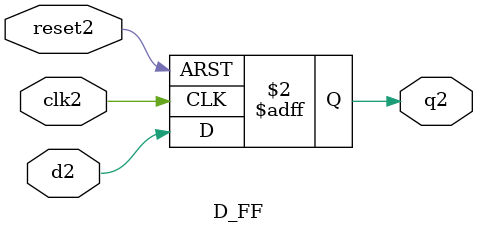
<source format=v>
module ripple_carry_counter(q,clk,reset);

output [3:0] q;
input clk,reset;

T_FF tff0(q[0],clk,reset);
T_FF tff1(q[1],q[0],reset);
T_FF tff2(q[2],q[1],reset);
T_FF tff3(q[3],q[2],reset);

endmodule


module T_FF(q1,clk1,reset1);

output q1;
input clk1,reset1;
wire d1;
D_FF dff0(q1,d1,clk1,reset1);
not n1(d1,q1);

endmodule

module D_FF(q2,d2,clk2,reset2);

output q2;
input d2,clk2,reset2;
reg q2;
always @(posedge reset2 or negedge clk2)
    if(reset2)
        q2<=1'b0;
    else 
        q2<=d2;

endmodule







</source>
